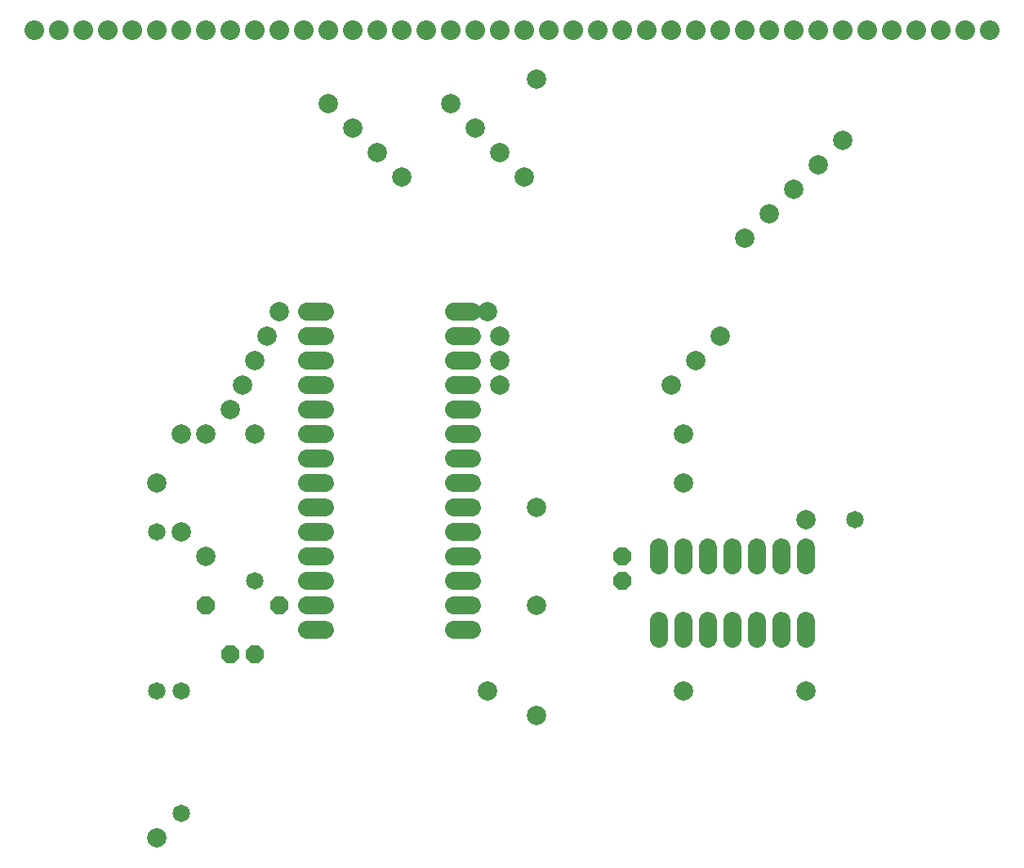
<source format=gbr>
G04 EAGLE Gerber RS-274X export*
G75*
%MOMM*%
%FSLAX34Y34*%
%LPD*%
%INTop Copper*%
%IPPOS*%
%AMOC8*
5,1,8,0,0,1.08239X$1,22.5*%
G01*
%ADD10P,1.979475X8X292.500000*%
%ADD11P,1.979475X8X22.500000*%
%ADD12C,1.828800*%
%ADD13C,2.032000*%
%ADD14C,2.000000*%
%ADD15C,1.816000*%


D10*
X635000Y330200D03*
X635000Y304800D03*
D11*
X228600Y228600D03*
X254000Y228600D03*
D12*
X460756Y254000D02*
X479044Y254000D01*
X479044Y279400D02*
X460756Y279400D01*
X460756Y304800D02*
X479044Y304800D01*
X479044Y330200D02*
X460756Y330200D01*
X460756Y355600D02*
X479044Y355600D01*
X479044Y381000D02*
X460756Y381000D01*
X460756Y406400D02*
X479044Y406400D01*
X479044Y431800D02*
X460756Y431800D01*
X460756Y457200D02*
X479044Y457200D01*
X479044Y482600D02*
X460756Y482600D01*
X460756Y508000D02*
X479044Y508000D01*
X479044Y533400D02*
X460756Y533400D01*
X460756Y558800D02*
X479044Y558800D01*
X479044Y584200D02*
X460756Y584200D01*
X326644Y584200D02*
X308356Y584200D01*
X308356Y558800D02*
X326644Y558800D01*
X326644Y533400D02*
X308356Y533400D01*
X308356Y508000D02*
X326644Y508000D01*
X326644Y482600D02*
X308356Y482600D01*
X308356Y457200D02*
X326644Y457200D01*
X326644Y431800D02*
X308356Y431800D01*
X308356Y406400D02*
X326644Y406400D01*
X326644Y381000D02*
X308356Y381000D01*
X308356Y355600D02*
X326644Y355600D01*
X326644Y330200D02*
X308356Y330200D01*
X308356Y304800D02*
X326644Y304800D01*
X326644Y279400D02*
X308356Y279400D01*
X308356Y254000D02*
X326644Y254000D01*
X673100Y244856D02*
X673100Y263144D01*
X698500Y263144D02*
X698500Y244856D01*
X825500Y244856D02*
X825500Y263144D01*
X825500Y321056D02*
X825500Y339344D01*
X723900Y263144D02*
X723900Y244856D01*
X749300Y244856D02*
X749300Y263144D01*
X800100Y263144D02*
X800100Y244856D01*
X774700Y244856D02*
X774700Y263144D01*
X800100Y321056D02*
X800100Y339344D01*
X774700Y339344D02*
X774700Y321056D01*
X749300Y321056D02*
X749300Y339344D01*
X723900Y339344D02*
X723900Y321056D01*
X698500Y321056D02*
X698500Y339344D01*
X673100Y339344D02*
X673100Y321056D01*
D13*
X25400Y876300D03*
X50800Y876300D03*
X76200Y876300D03*
X101600Y876300D03*
X127000Y876300D03*
X152400Y876300D03*
X177800Y876300D03*
X203200Y876300D03*
X228600Y876300D03*
X254000Y876300D03*
X279400Y876300D03*
X304800Y876300D03*
X330200Y876300D03*
X355600Y876300D03*
X381000Y876300D03*
X406400Y876300D03*
X431800Y876300D03*
X457200Y876300D03*
X482600Y876300D03*
X508000Y876300D03*
X533400Y876300D03*
X558800Y876300D03*
X584200Y876300D03*
X609600Y876300D03*
X635000Y876300D03*
X660400Y876300D03*
X685800Y876300D03*
X711200Y876300D03*
X736600Y876300D03*
X762000Y876300D03*
X787400Y876300D03*
X812800Y876300D03*
X838200Y876300D03*
X863600Y876300D03*
X889000Y876300D03*
X914400Y876300D03*
X939800Y876300D03*
X965200Y876300D03*
X990600Y876300D03*
X1016000Y876300D03*
D11*
X203200Y279400D03*
X279400Y279400D03*
D14*
X698500Y190500D03*
X825500Y190500D03*
X495300Y190500D03*
X495300Y584200D03*
X546100Y825500D03*
X546100Y381000D03*
X546100Y165100D03*
X546100Y279400D03*
X177800Y457200D03*
X177800Y355600D03*
X203200Y330200D03*
X203200Y457200D03*
X330200Y800100D03*
X457200Y800100D03*
X482600Y774700D03*
X355600Y774700D03*
X508000Y749300D03*
X381000Y749300D03*
X533400Y723900D03*
X406400Y723900D03*
X698500Y457200D03*
X698500Y406400D03*
X508000Y508000D03*
X685800Y508000D03*
X508000Y533400D03*
X711200Y533400D03*
X508000Y558800D03*
X736600Y558800D03*
X762000Y660400D03*
X279400Y584200D03*
X787400Y685800D03*
X266700Y558800D03*
X812800Y711200D03*
X254000Y533400D03*
X838200Y736600D03*
X241300Y508000D03*
X863600Y762000D03*
X228600Y482600D03*
X254000Y457200D03*
X825500Y368300D03*
D15*
X876300Y368300D03*
X177800Y63500D03*
X177800Y190500D03*
X254000Y304800D03*
D14*
X152400Y38100D03*
X152400Y406400D03*
D15*
X152400Y190500D03*
X152400Y355600D03*
M02*

</source>
